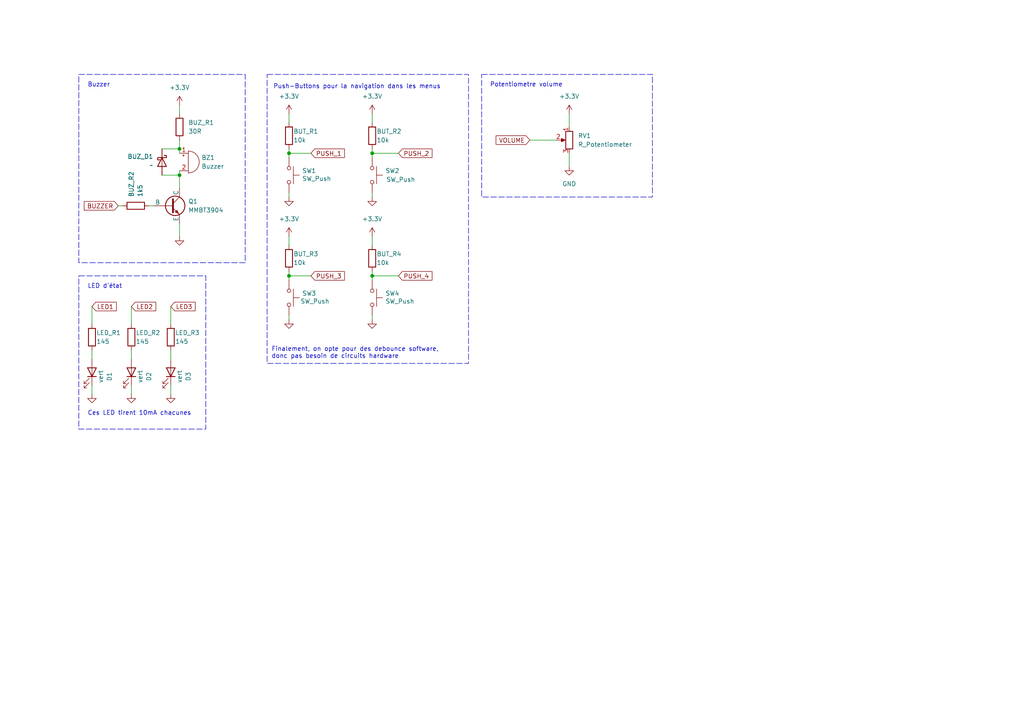
<source format=kicad_sch>
(kicad_sch (version 20231120) (generator "eeschema") (generator_version "8.0")
  (paper "A4")
  (lib_symbols
    (symbol "+3.3V_1" (power) (pin_numbers hide) (pin_names (offset 0) hide)
      (property "Value" "+3.3V" (at 0 3.556 0))
      (symbol "+3.3V_1_0_1"
        (polyline (pts (xy -0.762 1.27) (xy 0 2.54)))
        (polyline (pts (xy 0 0) (xy 0 2.54)))
        (polyline (pts (xy 0 2.54) (xy 0.762 1.27)))
      )
      (symbol "+3.3V_1_1_1"
        (pin power_in line (at 0 0 90) (length 0) (name "~") (number "1"))
      )
    )
    (symbol "Device:Buzzer" (pin_names (offset 0.0254) hide)
      (property "Reference" "BZ" (at 3.81 1.27 0))
      (property "Value" "Buzzer" (at 3.81 -1.27 0))
      (symbol "Buzzer_0_1"
        (arc (start 0 -3.175) (mid 3.1612 0) (end 0 3.175))
        (polyline (pts (xy -1.651 1.905) (xy -1.143 1.905)))
        (polyline (pts (xy -1.397 2.159) (xy -1.397 1.651)))
        (polyline (pts (xy 0 3.175) (xy 0 -3.175)))
      )
      (symbol "Buzzer_1_1"
        (pin passive line (at -2.54 2.54 0) (length 2.54) (name "-") (number "1"))
        (pin passive line (at -2.54 -2.54 0) (length 2.54) (name "+") (number "2"))
      )
    )
    (symbol "Device:LED" (pin_numbers hide) (pin_names (offset 1.016) hide)
      (property "Reference" "D" (at 0 2.54 0))
      (property "Value" "LED" (at 0 -2.54 0))
      (symbol "LED_0_1"
        (polyline (pts (xy -1.27 -1.27) (xy -1.27 1.27)) (stroke (width 0.254)))
        (polyline (pts (xy -1.27 0) (xy 1.27 0)))
        (polyline (pts (xy 1.27 -1.27) (xy 1.27 1.27) (xy -1.27 0) (xy 1.27 -1.27)) (stroke (width 0.254)))
        (polyline (pts (xy -3.048 -0.762) (xy -4.572 -2.286) (xy -3.81 -2.286) (xy -4.572 -2.286) (xy -4.572 -1.524)))
        (polyline (pts (xy -1.778 -0.762) (xy -3.302 -2.286) (xy -2.54 -2.286) (xy -3.302 -2.286) (xy -3.302 -1.524)))
      )
      (symbol "LED_1_1"
        (pin passive line (at -3.81 0 0) (length 2.54) (name "K") (number "1"))
        (pin passive line (at 3.81 0 180) (length 2.54) (name "A") (number "2"))
      )
    )
    (symbol "Device:R" (pin_numbers hide) (pin_names (offset 0))
      (property "Reference" "R" (at 2.032 0 90))
      (property "Value" "R" (at 0 0 90))
      (symbol "R_0_1"
        (rectangle (start -1.016 -2.54) (end 1.016 2.54) (stroke (width 0.254)))
      )
      (symbol "R_1_1"
        (pin passive line (at 0 3.81 270) (length 1.27) (name "~") (number "1"))
        (pin passive line (at 0 -3.81 90) (length 1.27) (name "~") (number "2"))
      )
    )
    (symbol "Device:R_Potentiometer" (pin_names (offset 1.016) hide)
      (property "Reference" "RV" (at -4.445 0 90))
      (property "Value" "R_Potentiometer" (at -2.54 0 90))
      (symbol "R_Potentiometer_0_1"
        (polyline (pts (xy 2.54 0) (xy 1.524 0)))
        (polyline (pts (xy 1.143 0) (xy 2.286 0.508) (xy 2.286 -0.508) (xy 1.143 0)) (fill (type outline)))
        (rectangle (start 1.016 2.54) (end -1.016 -2.54) (stroke (width 0.254)))
      )
      (symbol "R_Potentiometer_1_1"
        (pin passive line (at 0 3.81 270) (length 1.27) (name "1") (number "1"))
        (pin passive line (at 3.81 0 180) (length 1.27) (name "2") (number "2"))
        (pin passive line (at 0 -3.81 90) (length 1.27) (name "3") (number "3"))
      )
    )
    (symbol "Diode:1N6858UR" (pin_numbers hide) (pin_names (offset 1.016) hide)
      (property "Reference" "D" (at 0 2.54 0))
      (property "Value" "1N6858UR" (at 0 -2.54 0))
      (symbol "1N6858UR_0_1"
        (polyline (pts (xy 1.27 0) (xy -1.27 0)))
        (polyline (pts (xy 1.27 1.27) (xy 1.27 -1.27) (xy -1.27 0) (xy 1.27 1.27)) (stroke (width 0.254)))
        (polyline (pts (xy -1.905 0.635) (xy -1.905 1.27) (xy -1.27 1.27) (xy -1.27 -1.27) (xy -0.635 -1.27) (xy -0.635 -0.635)) (stroke (width 0.254)))
      )
      (symbol "1N6858UR_1_1"
        (pin passive line (at -3.81 0 0) (length 2.54) (name "K") (number "1"))
        (pin passive line (at 3.81 0 180) (length 2.54) (name "A") (number "2"))
      )
    )
    (symbol "GND_1" (power) (pin_numbers hide) (pin_names (offset 0) hide)
      (property "Value" "GND" (at 0 -3.81 0))
      (symbol "GND_1_0_1"
        (polyline (pts (xy 0 0) (xy 0 -1.27) (xy 1.27 -1.27) (xy 0 -2.54) (xy -1.27 -1.27) (xy 0 -1.27)))
      )
      (symbol "GND_1_1_1"
        (pin power_in line (at 0 0 270) (length 0) (name "~") (number "1"))
      )
    )
    (symbol "Simulation_SPICE:NPN" (pin_numbers hide) (pin_names (offset 0))
      (property "Reference" "Q" (at -2.54 7.62 0))
      (property "Value" "NPN" (at -2.54 5.08 0))
      (symbol "NPN_0_1"
        (polyline (pts (xy -2.54 0) (xy 0.635 0)) (stroke (width 0.1524)))
        (polyline (pts (xy 0.635 0.635) (xy 2.54 2.54)))
        (polyline (pts (xy 2.794 -1.27) (xy 2.794 -1.27)) (stroke (width 0.1524)))
        (polyline (pts (xy 2.794 -1.27) (xy 2.794 -1.27)) (stroke (width 0.1524)))
        (polyline (pts (xy 0.635 -0.635) (xy 2.54 -2.54) (xy 2.54 -2.54)))
        (polyline (pts (xy 0.635 1.905) (xy 0.635 -1.905) (xy 0.635 -1.905)) (stroke (width 0.508)))
        (polyline (pts (xy 1.27 -1.778) (xy 1.778 -1.27) (xy 2.286 -2.286) (xy 1.27 -1.778) (xy 1.27 -1.778)) (fill (type outline)))
        (circle (center 1.27 0) (radius 2.8194) (stroke (width 0.254)))
      )
      (symbol "NPN_1_1"
        (pin open_collector line (at 2.54 5.08 270) (length 2.54) (name "C") (number "1"))
        (pin input line (at -5.08 0 0) (length 2.54) (name "B") (number "2"))
        (pin open_emitter line (at 2.54 -5.08 90) (length 2.54) (name "E") (number "3"))
      )
    )
    (symbol "Switch:SW_Push" (pin_numbers hide) (pin_names (offset 1.016) hide)
      (property "Reference" "SW" (at 1.27 2.54 0))
      (property "Value" "SW_Push" (at 0 -1.524 0))
      (symbol "SW_Push_0_1"
        (circle (center -2.032 0) (radius 0.508))
        (polyline (pts (xy 0 1.27) (xy 0 3.048)))
        (polyline (pts (xy 2.54 1.27) (xy -2.54 1.27)))
        (circle (center 2.032 0) (radius 0.508))
        (pin passive line (at -5.08 0 0) (length 2.54) (name "1") (number "1"))
        (pin passive line (at 5.08 0 180) (length 2.54) (name "2") (number "2"))
      )
    )
    (symbol "power:+3.3V" (power) (pin_names (offset 0))
      (property "Value" "+3.3V" (at 0 3.556 0))
      (symbol "+3.3V_0_1"
        (polyline (pts (xy -0.762 1.27) (xy 0 2.54)))
        (polyline (pts (xy 0 0) (xy 0 2.54)))
        (polyline (pts (xy 0 2.54) (xy 0.762 1.27)))
      )
      (symbol "+3.3V_1_1"
        (pin power_in line (at 0 0 90) (length 0) hide (name "+3.3V") (number "1"))
      )
    )
    (symbol "power:GND" (power) (pin_names (offset 0))
      (property "Value" "GND" (at 0 -3.81 0))
      (symbol "GND_0_1"
        (polyline (pts (xy 0 0) (xy 0 -1.27) (xy 1.27 -1.27) (xy 0 -2.54) (xy -1.27 -1.27) (xy 0 -1.27)))
      )
      (symbol "GND_1_1"
        (pin power_in line (at 0 0 270) (length 0) hide (name "GND") (number "1"))
      )
    )
  )
  (junction (at 107.95 44.45))
  (junction (at 83.82 80.01))
  (junction (at 83.82 44.45))
  (junction (at 107.95 80.01))
  (junction (at 52.07 50.8))
  (junction (at 52.07 43.18))
  (wire (pts (xy 107.95 78.74) (xy 107.95 80.01)))
  (wire (pts (xy 38.1 88.9) (xy 38.1 93.98)))
  (wire (pts (xy 49.53 88.9) (xy 49.53 93.98)))
  (wire (pts (xy 49.53 101.6) (xy 49.53 104.14)))
  (wire (pts (xy 38.1 101.6) (xy 38.1 104.14)))
  (wire (pts (xy 46.99 43.18) (xy 52.07 43.18)))
  (wire (pts (xy 83.82 78.74) (xy 83.82 80.01)))
  (wire (pts (xy 153.67 40.64) (xy 161.29 40.64)))
  (wire (pts (xy 83.82 33.02) (xy 83.82 35.56)))
  (wire (pts (xy 83.82 80.01) (xy 83.82 81.28)))
  (wire (pts (xy 107.95 33.02) (xy 107.95 35.56)))
  (wire (pts (xy 165.1 33.02) (xy 165.1 36.83)))
  (wire (pts (xy 52.07 40.64) (xy 52.07 43.18)))
  (wire (pts (xy 107.95 43.18) (xy 107.95 44.45)))
  (wire (pts (xy 38.1 111.76) (xy 38.1 114.3)))
  (wire (pts (xy 107.95 44.45) (xy 107.95 45.72)))
  (wire (pts (xy 26.67 101.6) (xy 26.67 104.14)))
  (wire (pts (xy 107.95 68.58) (xy 107.95 71.12)))
  (wire (pts (xy 83.82 44.45) (xy 83.82 45.72)))
  (wire (pts (xy 34.29 59.69) (xy 35.56 59.69)))
  (wire (pts (xy 83.82 68.58) (xy 83.82 71.12)))
  (wire (pts (xy 43.18 59.69) (xy 44.45 59.69)))
  (wire (pts (xy 107.95 80.01) (xy 107.95 81.28)))
  (wire (pts (xy 52.07 49.53) (xy 52.07 50.8)))
  (wire (pts (xy 107.95 91.44) (xy 107.95 92.71)))
  (wire (pts (xy 107.95 80.01) (xy 115.57 80.01)))
  (wire (pts (xy 52.07 43.18) (xy 52.07 44.45)))
  (wire (pts (xy 52.07 50.8) (xy 52.07 54.61)))
  (wire (pts (xy 83.82 55.88) (xy 83.82 57.15)))
  (wire (pts (xy 26.67 111.76) (xy 26.67 114.3)))
  (wire (pts (xy 165.1 44.45) (xy 165.1 48.26)))
  (wire (pts (xy 52.07 64.77) (xy 52.07 68.58)))
  (wire (pts (xy 83.82 91.44) (xy 83.82 92.71)))
  (wire (pts (xy 52.07 30.48) (xy 52.07 33.02)))
  (wire (pts (xy 83.82 43.18) (xy 83.82 44.45)))
  (wire (pts (xy 107.95 44.45) (xy 115.57 44.45)))
  (wire (pts (xy 46.99 50.8) (xy 52.07 50.8)))
  (wire (pts (xy 83.82 44.45) (xy 90.17 44.45)))
  (wire (pts (xy 49.53 111.76) (xy 49.53 114.3)))
  (wire (pts (xy 107.95 55.88) (xy 107.95 57.15)))
  (wire (pts (xy 26.67 88.9) (xy 26.67 93.98)))
  (wire (pts (xy 83.82 80.01) (xy 90.17 80.01)))
  (rectangle (start 22.86 80.01) (end 59.69 124.46) (stroke (width 0) (type dash)))
  (rectangle (start 22.86 21.59) (end 71.12 76.2) (stroke (width 0) (type dash)))
  (rectangle (start 77.47 21.59) (end 135.89 105.41) (stroke (width 0) (type dash)))
  (rectangle (start 139.7 21.59) (end 189.23 57.15) (stroke (width 0) (type dash)))
  (text "Finalement, on opte pour des debounce software,\ndonc pas besoin de circuits hardware" (at 78.74 104.14 0) (effects (font (size 1.27 1.27)) (justify left bottom)))
  (text "Buzzer\n" (at 25.4 25.4 0) (effects (font (size 1.27 1.27)) (justify left bottom)))
  (text "Ces LED tirent 10mA chacunes" (at 25.4 120.65 0) (effects (font (size 1.27 1.27)) (justify left bottom)))
  (text "Push-Buttons pour la navigation dans les menus" (at 79.248 25.908 0) (effects (font (size 1.27 1.27)) (justify left bottom)))
  (text "LED d'état" (at 25.4 83.82 0) (effects (font (size 1.27 1.27)) (justify left bottom)))
  (text "Potentiometre volume" (at 152.654 24.638 0) (effects (font (size 1.27 1.27))))
  (global_label "PUSH_4" (shape input) (at 115.57 80.01 0) (property "Intersheetrefs" "${INTERSHEET_REFS}" (effects (hide yes))))
  (global_label "LED2" (shape input) (at 38.1 88.9 0) (property "Intersheetrefs" "${INTERSHEET_REFS}" (effects (hide yes))))
  (global_label "VOLUME" (shape input) (at 153.67 40.64 180) (property "Intersheetrefs" "${INTERSHEET_REFS}" (effects (hide yes))))
  (global_label "PUSH_3" (shape input) (at 90.17 80.01 0) (property "Intersheetrefs" "${INTERSHEET_REFS}" (effects (hide yes))))
  (global_label "PUSH_1" (shape input) (at 90.17 44.45 0) (property "Intersheetrefs" "${INTERSHEET_REFS}" (effects (hide yes))))
  (global_label "BUZZER" (shape input) (at 34.29 59.69 180) (property "Intersheetrefs" "${INTERSHEET_REFS}" (effects (hide yes))))
  (global_label "LED1" (shape input) (at 26.67 88.9 0) (property "Intersheetrefs" "${INTERSHEET_REFS}" (effects (hide yes))))
  (global_label "LED3" (shape input) (at 49.53 88.9 0) (property "Intersheetrefs" "${INTERSHEET_REFS}" (effects (hide yes))))
  (global_label "PUSH_2" (shape input) (at 115.57 44.45 0) (property "Intersheetrefs" "${INTERSHEET_REFS}" (effects (hide yes))))
  (symbol (lib_id "power:GND") (at 83.82 92.71 0) (unit 1)
    (property "Reference" "#PWR051" (effects (hide yes)))
    (property "Value" "GND" (effects (hide yes)))
  )
  (symbol (lib_id "power:+3.3V") (at 107.95 68.58 0) (unit 1)
    (property "Reference" "#PWR050" (effects (hide yes)))
    (property "Value" "+3.3V" (at 107.95 63.5 0))
  )
  (symbol (lib_id "Device:R") (at 52.07 36.83 180) (unit 1)
    (property "Reference" "BUZ_R1" (at 54.61 35.56 0) (effects (justify right)))
    (property "Value" "30R" (at 54.61 38.1 0) (effects (justify right)))
    (property "Footprint" "Resistor_SMD:R_1206_3216Metric" (effects (hide yes)))
  )
  (symbol (lib_id "power:+3.3V") (at 83.82 33.02 0) (unit 1)
    (property "Reference" "#PWR040" (effects (hide yes)))
    (property "Value" "+3.3V" (at 83.82 27.94 0))
  )
  (symbol (lib_id "Device:LED") (at 49.53 107.95 270) (mirror x) (unit 1)
    (property "Reference" "D3" (at 54.61 109.22 0))
    (property "Value" "vert" (at 52.07 109.22 0))
    (property "Footprint" "Footprints:LTST-C170GKT" (effects (hide yes)))
    (property "Datasheet" "https://www.digikey.ca/en/products/detail/liteon/LTST-C170GKT/269226" (effects (hide yes)))
  )
  (symbol (lib_id "power:GND") (at 107.95 57.15 0) (unit 1)
    (property "Reference" "#PWR046" (effects (hide yes)))
    (property "Value" "GND" (effects (hide yes)))
  )
  (symbol (lib_id "power:GND") (at 49.53 114.3 0) (unit 1)
    (property "Reference" "#PWR061" (effects (hide yes)))
    (property "Value" "GND" (effects (hide yes)))
  )
  (symbol (lib_id "Device:Buzzer") (at 54.61 46.99 0) (unit 1)
    (property "Reference" "BZ1" (at 58.42 45.72 0) (effects (justify left)))
    (property "Value" "Buzzer" (at 58.42 48.26 0) (effects (justify left)))
    (property "Footprint" "Footprints:Buzzer_D14mm_H7mm_P10mm" (effects (hide yes)))
    (property "Datasheet" "https://www.digikey.com/en/products/detail/pui-audio-inc/SMTB-0927-TW-R/13165907" (effects (hide yes)))
  )
  (symbol (lib_id "power:GND") (at 26.67 114.3 0) (unit 1)
    (property "Reference" "#PWR055" (effects (hide yes)))
    (property "Value" "GND" (effects (hide yes)))
  )
  (symbol (lib_id "power:+3.3V") (at 52.07 30.48 0) (unit 1)
    (property "Reference" "#PWR039" (effects (hide yes)))
    (property "Value" "+3.3V" (at 52.07 25.4 0))
  )
  (symbol (lib_id "Device:R") (at 38.1 97.79 0) (unit 1)
    (property "Reference" "LED_R2" (at 39.37 96.52 0) (effects (justify left)))
    (property "Value" "145" (at 39.37 99.06 0) (effects (justify left)))
    (property "Footprint" "Resistor_SMD:R_1206_3216Metric" (effects (hide yes)))
  )
  (symbol (lib_id "Switch:SW_Push") (at 83.82 86.36 270) (unit 1)
    (property "Reference" "SW3" (at 87.63 85.09 90) (effects (justify left)))
    (property "Value" "SW_Push" (at 87.122 87.376 90) (effects (justify left)))
    (property "Footprint" "Footprints:SW_PUSH_6mm_H4.3mm" (effects (hide yes)))
    (property "Datasheet" "https://www.digikey.ca/en/products/detail/e-switch/TL1105SPF250Q/271559?utm_adgroup=Switches&utm_source=google&utm_medium=cpc&utm_campaign=Dynamic%20Search_FR_Product&utm_term=&productid=&utm_content=Switches&utm_id=go_cmp-207527465_adg-17081065505_ad-665615849993_dsa-45015282538_dev-c_ext-_prd-_sig-CjwKCAiAudG5BhAREiwAWMlSjK-LtkkX5A-FA2E4kKSeBlfAvlKrne-i3wRhEQ7HHqFGyez9rcR0WxoChboQAvD_BwE&gad_source=1&gclid=CjwKCAiAudG5BhAREiwAWMlSjK-LtkkX5A-FA2E4kKSeBlfAvlKrne-i3wRhEQ7HHqFGyez9rcR0WxoChboQAvD_BwE" (effects (hide yes)))
  )
  (symbol (lib_name "GND_1") (lib_id "power:GND") (at 165.1 48.26 0) (unit 1)
    (property "Reference" "#PWR043" (effects (hide yes)))
    (property "Value" "GND" (at 165.1 53.34 0))
    (property "Description" "Power symbol creates a global label with name \"GND\" , ground" (effects (hide yes)))
  )
  (symbol (lib_id "power:GND") (at 83.82 57.15 0) (unit 1)
    (property "Reference" "#PWR044" (effects (hide yes)))
    (property "Value" "GND" (effects (hide yes)))
  )
  (symbol (lib_id "Simulation_SPICE:NPN") (at 49.53 59.69 0) (unit 1)
    (property "Reference" "Q1" (at 54.61 58.4199 0) (effects (justify left)))
    (property "Value" "MMBT3904" (at 54.61 60.9599 0) (effects (justify left)))
    (property "Footprint" "Footprints:SOT-23" (effects (hide yes)))
    (property "Datasheet" "https://www.digikey.ca/en/products/detail/onsemi/MMBT3904LT1G/1139813" (effects (hide yes)))
    (property "Description" "Bipolar transistor symbol for simulation only, substrate tied to the emitter" (effects (hide yes)))
    (property "Sim.Device" "NPN" (effects (hide yes)))
    (property "Sim.Type" "GUMMELPOON" (effects (hide yes)))
    (property "Sim.Pins" "1=C 2=B 3=E" (effects (hide yes)))
  )
  (symbol (lib_id "Switch:SW_Push") (at 107.95 50.8 270) (unit 1)
    (property "Reference" "SW2" (at 111.76 49.53 90) (effects (justify left)))
    (property "Value" "SW_Push" (at 112.014 52.07 90) (effects (justify left)))
    (property "Footprint" "Footprints:SW_PUSH_6mm_H4.3mm" (effects (hide yes)))
    (property "Datasheet" "https://www.digikey.ca/en/products/detail/e-switch/TL1105SPF250Q/271559?utm_adgroup=Switches&utm_source=google&utm_medium=cpc&utm_campaign=Dynamic%20Search_FR_Product&utm_term=&productid=&utm_content=Switches&utm_id=go_cmp-207527465_adg-17081065505_ad-665615849993_dsa-45015282538_dev-c_ext-_prd-_sig-CjwKCAiAudG5BhAREiwAWMlSjK-LtkkX5A-FA2E4kKSeBlfAvlKrne-i3wRhEQ7HHqFGyez9rcR0WxoChboQAvD_BwE&gad_source=1&gclid=CjwKCAiAudG5BhAREiwAWMlSjK-LtkkX5A-FA2E4kKSeBlfAvlKrne-i3wRhEQ7HHqFGyez9rcR0WxoChboQAvD_BwE" (effects (hide yes)))
  )
  (symbol (lib_id "Device:R") (at 39.37 59.69 90) (unit 1)
    (property "Reference" "BUZ_R2" (at 38.1 57.15 0) (effects (justify left)))
    (property "Value" "1k5" (at 40.64 57.15 0) (effects (justify left)))
    (property "Footprint" "Resistor_SMD:R_0402_1005Metric" (effects (hide yes)))
  )
  (symbol (lib_id "Device:R") (at 107.95 39.37 0) (unit 1)
    (property "Reference" "BUT_R2" (at 109.22 38.1 0) (effects (justify left)))
    (property "Value" "10k" (at 109.22 40.64 0) (effects (justify left)))
    (property "Footprint" "Resistor_SMD:R_0402_1005Metric" (effects (hide yes)))
  )
  (symbol (lib_id "power:GND") (at 38.1 114.3 0) (unit 1)
    (property "Reference" "#PWR056" (effects (hide yes)))
    (property "Value" "GND" (effects (hide yes)))
  )
  (symbol (lib_id "power:+3.3V") (at 83.82 68.58 0) (unit 1)
    (property "Reference" "#PWR049" (effects (hide yes)))
    (property "Value" "+3.3V" (at 83.82 63.5 0))
  )
  (symbol (lib_id "power:+3.3V") (at 107.95 33.02 0) (unit 1)
    (property "Reference" "#PWR041" (effects (hide yes)))
    (property "Value" "+3.3V" (at 107.95 27.94 0))
  )
  (symbol (lib_id "Device:R") (at 107.95 74.93 0) (unit 1)
    (property "Reference" "BUT_R4" (at 109.22 73.66 0) (effects (justify left)))
    (property "Value" "10k" (at 109.22 76.2 0) (effects (justify left)))
    (property "Footprint" "Resistor_SMD:R_0402_1005Metric" (effects (hide yes)))
  )
  (symbol (lib_id "power:GND") (at 52.07 68.58 0) (unit 1)
    (property "Reference" "#PWR048" (effects (hide yes)))
    (property "Value" "GND" (effects (hide yes)))
  )
  (symbol (lib_id "Device:R") (at 49.53 97.79 0) (unit 1)
    (property "Reference" "LED_R3" (at 50.8 96.52 0) (effects (justify left)))
    (property "Value" "145" (at 50.8 99.06 0) (effects (justify left)))
    (property "Footprint" "Resistor_SMD:R_1206_3216Metric" (effects (hide yes)))
  )
  (symbol (lib_name "+3.3V_1") (lib_id "power:+3.3V") (at 165.1 33.02 0) (unit 1)
    (property "Reference" "#PWR042" (effects (hide yes)))
    (property "Value" "+3.3V" (at 165.1 27.94 0))
    (property "Description" "Power symbol creates a global label with name \"+3.3V\"" (effects (hide yes)))
  )
  (symbol (lib_id "Device:R_Potentiometer") (at 165.1 40.64 0) (mirror y) (unit 1)
    (property "Reference" "RV1" (at 167.64 39.3699 0) (effects (justify right)))
    (property "Value" "R_Potentiometer" (at 167.64 41.9099 0) (effects (justify right)))
    (property "Footprint" "Footprints:Potentiometer_Alps_RK09K_Single_Vertical" (effects (hide yes)))
    (property "Datasheet" "https://www.digikey.ca/en/products/detail/alps-alpine/RK09K1130A5R/21721633" (effects (hide yes)))
    (property "Description" "Potentiometer" (effects (hide yes)))
  )
  (symbol (lib_id "Device:LED") (at 38.1 107.95 270) (mirror x) (unit 1)
    (property "Reference" "D2" (at 43.18 109.22 0))
    (property "Value" "vert" (at 40.64 109.22 0))
    (property "Footprint" "Footprints:LTST-C170GKT" (effects (hide yes)))
    (property "Datasheet" "https://www.digikey.ca/en/products/detail/liteon/LTST-C170GKT/269226" (effects (hide yes)))
  )
  (symbol (lib_id "Diode:1N6858UR") (at 46.99 46.99 270) (unit 1)
    (property "Reference" "BUZ_D1" (at 44.45 45.4025 90) (effects (justify right)))
    (property "Value" "~" (at 44.45 47.9425 90) (effects (justify right)))
    (property "Footprint" "Diode_SMD:D_SOD-123" (effects (hide yes)))
    (property "Datasheet" "https://www.digikey.ca/en/products/detail/onsemi/BAT54T1G/918319" (effects (hide yes)))
  )
  (symbol (lib_id "Switch:SW_Push") (at 83.82 50.8 270) (unit 1)
    (property "Reference" "SW1" (at 87.63 49.53 90) (effects (justify left)))
    (property "Value" "SW_Push" (at 87.63 51.816 90) (effects (justify left)))
    (property "Footprint" "Footprints:SW_PUSH_6mm_H4.3mm" (effects (hide yes)))
    (property "Datasheet" "https://www.digikey.ca/en/products/detail/e-switch/TL1105SPF250Q/271559?utm_adgroup=Switches&utm_source=google&utm_medium=cpc&utm_campaign=Dynamic%20Search_FR_Product&utm_term=&productid=&utm_content=Switches&utm_id=go_cmp-207527465_adg-17081065505_ad-665615849993_dsa-45015282538_dev-c_ext-_prd-_sig-CjwKCAiAudG5BhAREiwAWMlSjK-LtkkX5A-FA2E4kKSeBlfAvlKrne-i3wRhEQ7HHqFGyez9rcR0WxoChboQAvD_BwE&gad_source=1&gclid=CjwKCAiAudG5BhAREiwAWMlSjK-LtkkX5A-FA2E4kKSeBlfAvlKrne-i3wRhEQ7HHqFGyez9rcR0WxoChboQAvD_BwE" (effects (hide yes)))
  )
  (symbol (lib_id "Switch:SW_Push") (at 107.95 86.36 270) (unit 1)
    (property "Reference" "SW4" (at 111.76 85.09 90) (effects (justify left)))
    (property "Value" "SW_Push" (at 111.76 87.376 90) (effects (justify left)))
    (property "Footprint" "Footprints:SW_PUSH_6mm_H4.3mm" (effects (hide yes)))
    (property "Datasheet" "https://www.digikey.ca/en/products/detail/e-switch/TL1105SPF250Q/271559?utm_adgroup=Switches&utm_source=google&utm_medium=cpc&utm_campaign=Dynamic%20Search_FR_Product&utm_term=&productid=&utm_content=Switches&utm_id=go_cmp-207527465_adg-17081065505_ad-665615849993_dsa-45015282538_dev-c_ext-_prd-_sig-CjwKCAiAudG5BhAREiwAWMlSjK-LtkkX5A-FA2E4kKSeBlfAvlKrne-i3wRhEQ7HHqFGyez9rcR0WxoChboQAvD_BwE&gad_source=1&gclid=CjwKCAiAudG5BhAREiwAWMlSjK-LtkkX5A-FA2E4kKSeBlfAvlKrne-i3wRhEQ7HHqFGyez9rcR0WxoChboQAvD_BwE" (effects (hide yes)))
  )
  (symbol (lib_id "Device:LED") (at 26.67 107.95 270) (mirror x) (unit 1)
    (property "Reference" "D1" (at 31.75 109.22 0))
    (property "Value" "vert" (at 29.21 109.22 0))
    (property "Footprint" "Footprints:LTST-C170GKT" (effects (hide yes)))
    (property "Datasheet" "https://www.digikey.ca/en/products/detail/liteon/LTST-C170GKT/269226" (effects (hide yes)))
  )
  (symbol (lib_id "power:GND") (at 107.95 92.71 0) (unit 1)
    (property "Reference" "#PWR053" (effects (hide yes)))
    (property "Value" "GND" (effects (hide yes)))
  )
  (symbol (lib_id "Device:R") (at 83.82 74.93 0) (unit 1)
    (property "Reference" "BUT_R3" (at 85.09 73.66 0) (effects (justify left)))
    (property "Value" "10k" (at 85.09 76.2 0) (effects (justify left)))
    (property "Footprint" "Resistor_SMD:R_0402_1005Metric" (effects (hide yes)))
  )
  (symbol (lib_id "Device:R") (at 26.67 97.79 0) (unit 1)
    (property "Reference" "LED_R1" (at 27.94 96.52 0) (effects (justify left)))
    (property "Value" "145" (at 27.94 99.06 0) (effects (justify left)))
    (property "Footprint" "Resistor_SMD:R_1206_3216Metric" (effects (hide yes)))
  )
  (symbol (lib_id "Device:R") (at 83.82 39.37 0) (unit 1)
    (property "Reference" "BUT_R1" (at 85.09 38.1 0) (effects (justify left)))
    (property "Value" "10k" (at 85.09 40.64 0) (effects (justify left)))
    (property "Footprint" "Resistor_SMD:R_0402_1005Metric" (effects (hide yes)))
  )
)
</source>
